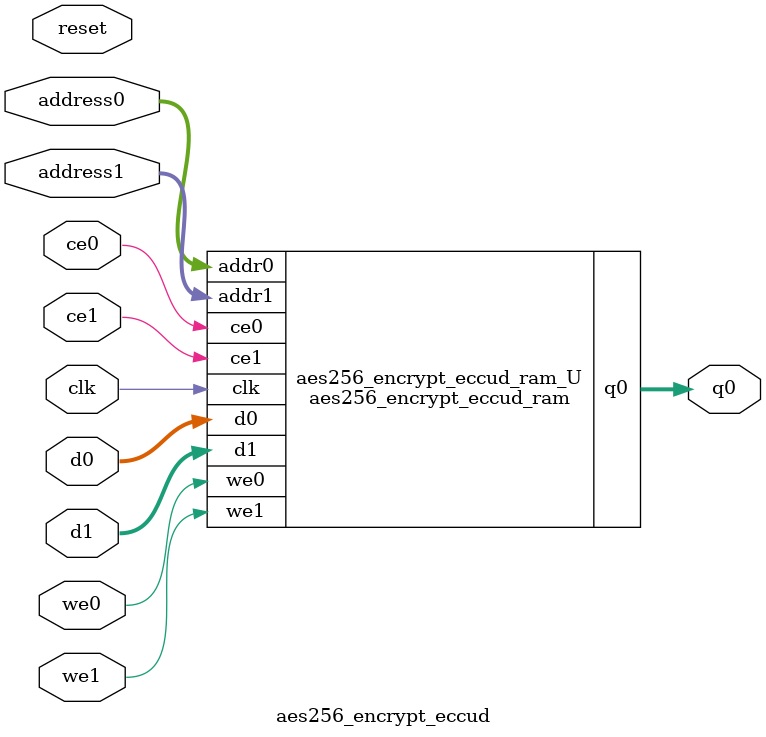
<source format=v>

`timescale 1 ns / 1 ps
module aes256_encrypt_eccud_ram (addr0, ce0, d0, we0, q0, addr1, ce1, d1, we1,  clk);

parameter DWIDTH = 8;
parameter AWIDTH = 5;
parameter MEM_SIZE = 32;

input[AWIDTH-1:0] addr0;
input ce0;
input[DWIDTH-1:0] d0;
input we0;
output reg[DWIDTH-1:0] q0;
input[AWIDTH-1:0] addr1;
input ce1;
input[DWIDTH-1:0] d1;
input we1;
input clk;

(* ram_style = "block" *)reg [DWIDTH-1:0] ram[0:MEM_SIZE-1];




always @(posedge clk)  
begin 
    if (ce0) 
    begin
        if (we0) 
        begin 
            ram[addr0] <= d0; 
            q0 <= d0;
        end 
        else 
            q0 <= ram[addr0];
    end
end


always @(posedge clk)  
begin 
    if (ce1) 
    begin
        if (we1) 
        begin 
            ram[addr1] <= d1; 
        end 
    end
end


endmodule


`timescale 1 ns / 1 ps
module aes256_encrypt_eccud(
    reset,
    clk,
    address0,
    ce0,
    we0,
    d0,
    q0,
    address1,
    ce1,
    we1,
    d1);

parameter DataWidth = 32'd8;
parameter AddressRange = 32'd32;
parameter AddressWidth = 32'd5;
input reset;
input clk;
input[AddressWidth - 1:0] address0;
input ce0;
input we0;
input[DataWidth - 1:0] d0;
output[DataWidth - 1:0] q0;
input[AddressWidth - 1:0] address1;
input ce1;
input we1;
input[DataWidth - 1:0] d1;



aes256_encrypt_eccud_ram aes256_encrypt_eccud_ram_U(
    .clk( clk ),
    .addr0( address0 ),
    .ce0( ce0 ),
    .we0( we0 ),
    .d0( d0 ),
    .q0( q0 ),
    .addr1( address1 ),
    .ce1( ce1 ),
    .we1( we1 ),
    .d1( d1 ));

endmodule


</source>
